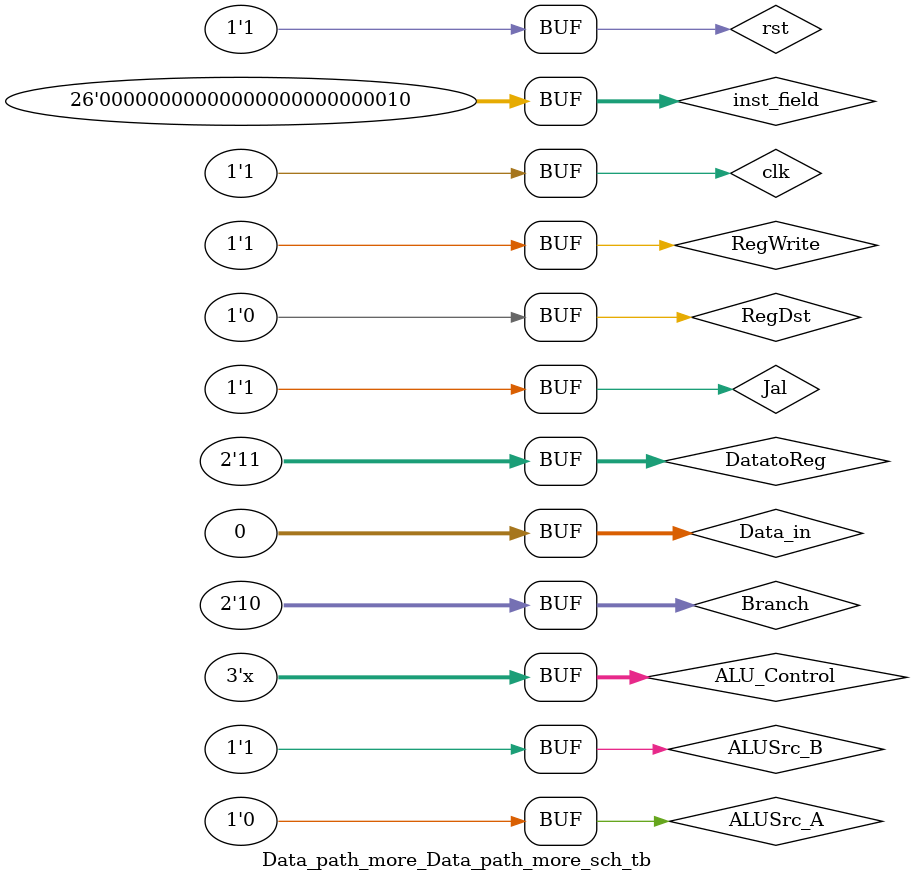
<source format=v>

`timescale 1ns / 1ps

module Data_path_more_Data_path_more_sch_tb();

// Inputs
   reg [1:0] Branch;
   reg clk;
   reg rst;
   reg [2:0] ALU_Control;
   reg ALUSrc_B;
   reg RegWrite;
   reg Jal;
   reg [1:0] DatatoReg;
   reg [25:0] inst_field;
   reg [31:0] Data_in;
   reg RegDst;
   reg ALUSrc_A;

// Output
   wire [31:0] PC_out;
   wire [31:0] ALU_out;
   wire [31:0] Data_out;
   wire zero;
   wire overflow;

// Bidirs

// Instantiate the UUT
   Data_path_more UUT (
		.PC_out(PC_out), 
		.Branch(Branch), 
		.clk(clk), 
		.rst(rst), 
		.ALU_out(ALU_out), 
		.Data_out(Data_out), 
		.ALU_Control(ALU_Control), 
		.ALUSrc_B(ALUSrc_B), 
		.RegWrite(RegWrite), 
		.Jal(Jal), 
		.DatatoReg(DatatoReg), 
		.inst_field(inst_field), 
		.Data_in(Data_in), 
		.zero(zero), 
		.overflow(overflow), 
		.RegDst(RegDst), 
		.ALUSrc_A(ALUSrc_A)
   );
// Initialize Inputs
    initial begin
	`define signals {RegDst,ALUSrc_A,ALUSrc_B,DatatoReg,Jal,Branch,RegWrite,ALU_Control}
		Branch = 0;
		clk = 0;
		rst = 1;
		ALU_Control = 0;
		ALUSrc_B = 0;
		RegWrite = 0;
		Jal = 0;
		DatatoReg = 0;
		inst_field = 0;
		Data_in = 0;
		RegDst = 0;
		ALUSrc_A = 0;
		#20;
		
		rst=0;
		//add $t0,$zero,$zero;
		`signals=12'b100000001010;
		inst_field=26'b00000000000100000000100000;
		#20;
		//ori $t1, $zero, 15;
		`signals=12'b001000001001;
		inst_field=26'b00000010010000000000001111;
		#20;
		//slt $t2,$t0,$t1;
		`signals=12'b100000001111;
		inst_field=26'b01000010010101000000101010;
		#20;
		//sub $t3,$t1,$t2;
		`signals=12'b100000001110;
		inst_field=26'b01001010100101100000100010;
		#20;
		//or $t4,$t1,$t2;
		`signals=12'b100000001001;
		inst_field=26'b01001010100110000000100101;
		#20;
		//and $t5,$t1,$t3;
		`signals=12'b100000001000;
		inst_field=26'b01001010110110100000100100;
		#20;
		//xor $t6,$t1,$t2;
		`signals=12'b100000001011;
		inst_field=26'b01001010100111000000100110;
		#20;
		//nor $t1,$zero,$t3;
		`signals=12'b100000001100;
		inst_field=26'b00000010110100100000100111;
		#20;
		//srl $t3,$t3,2;
		`signals=12'b111000001101;
		inst_field=26'b00000010110101100010000010;
		#20;
		//addi $t3,$t3,1;
		`signals=12'b001000001010;
		inst_field=26'b01011010110000000000000001;
		#20;
		//jr $t3;
		`signals=12'b100000110xxx;
		inst_field=26'b01011000000000000000001000;
		#20;
		//andi $t1,$t1,15;
		`signals=12'b001000001000;
		inst_field=26'b01001010010000000000001111;
		#20;
		//xori $t6,$t1,15;
		`signals=12'b001000001011;
		inst_field=26'b01001011100000000000001111;
		#20;
		//jalr $t3,$ra;
		`signals=12'b100110111xxx;
		inst_field=26'b11111000000101100000001001;
		#20;
		//lui $t2, 8;
		`signals=12'b001100001xxx;
		inst_field=26'b00000010100000000000001000;
		#20;
		//lw $t2,0($t1);
		Data_in = 1;
		`signals=12'b001010001010;
		inst_field=26'b01001010100000000000000000;
		#20;
		//sw $t2,4($t1);
		Data_in = 0;
		`signals=12'b001000000010;
		inst_field=26'b01001010100000000000000100;
		#20;
		//beq $t1,$t2,2;
		`signals=12'b000000010110;
		inst_field=26'b01001010100000000000000010;
		#20;
		//bne $t1,$t3,1;
		`signals=12'b000000010110;
		inst_field=26'b01001010110000000000000001;
		#20;
		//slti $t1,$t3,4;
		`signals=12'b001000001111;
		inst_field=26'b01001010110000000000000100;
		#20;
		//j 0;
		`signals=12'b001000100xxx;
		inst_field=26'b00000000000000000000000000;
		#20;
		//jal 2;
		`signals=12'b001111101xxx;
		inst_field=26'b00000000000000000000000010;
		#20;
		rst=1;
	end
	always begin
		clk=0;#10;
		clk=1;#10;
	end
endmodule

</source>
